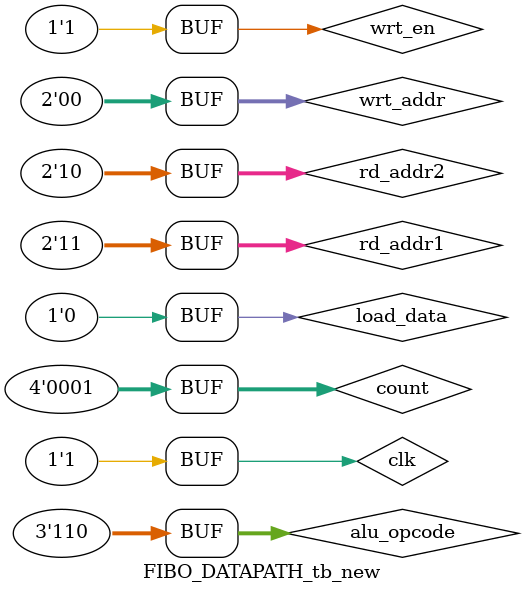
<source format=v>
module FIBO_DATAPATH_tb_new();
parameter   size=4;
reg         wrt_en,clk,load_data;
reg         [size-3:0]wrt_addr,rd_addr1,rd_addr2;
reg         [size-2:0]alu_opcode;
reg         [size-1:0]count;
wire        zero_flag;
wire        [size-1:0]data;

FIBO_DATAPATH DUT(wrt_addr,wrt_en,clk,load_data,rd_addr1,rd_addr2,alu_opcode,count,zero_flag,data);
  always begin
  clk=0; #50; 
  clk=1; #50; 
  end

initial
 begin
	wrt_addr=2'b00; wrt_en=1; load_data=1; rd_addr1=2'b00; rd_addr2=2'b00; alu_opcode=3'b001; count=4'b0001; #100;
  wrt_addr=2'b01; wrt_en=1; load_data=1; rd_addr1=2'b00; rd_addr2=2'b00; alu_opcode=3'b001; count=4'b0001; #100;
  wrt_addr=2'b10; wrt_en=1; load_data=1; rd_addr1=2'b00; rd_addr2=2'b00; alu_opcode=3'b001; count=4'b0001; #100;
  wrt_addr=2'b11; wrt_en=1; load_data=1; rd_addr1=2'b00; rd_addr2=2'b00; alu_opcode=3'b001; count=4'b0001; #100;
  wrt_addr=2'b01; wrt_en=1; load_data=0; rd_addr1=2'b00; rd_addr2=2'b11; alu_opcode=3'b110; count=4'b0001; #100;
  wrt_addr=2'b10; wrt_en=1; load_data=0; rd_addr1=2'b01; rd_addr2=2'b00; alu_opcode=3'b110; count=4'b0001; #100;
  wrt_addr=2'b11; wrt_en=1; load_data=0; rd_addr1=2'b10; rd_addr2=2'b01; alu_opcode=3'b110; count=4'b0001; #100;
  wrt_addr=2'b00; wrt_en=1; load_data=0; rd_addr1=2'b11; rd_addr2=2'b10; alu_opcode=3'b110; count=4'b0001; #100;
  wrt_addr=2'b01; wrt_en=1; load_data=0; rd_addr1=2'b00; rd_addr2=2'b11; alu_opcode=3'b110; count=4'b0001; #100;
  wrt_addr=2'b10; wrt_en=1; load_data=0; rd_addr1=2'b01; rd_addr2=2'b00; alu_opcode=3'b110; count=4'b0001; #100;
  wrt_addr=2'b11; wrt_en=1; load_data=0; rd_addr1=2'b10; rd_addr2=2'b01; alu_opcode=3'b110; count=4'b0001; #100;
  wrt_addr=2'b00; wrt_en=1; load_data=0; rd_addr1=2'b11; rd_addr2=2'b10; alu_opcode=3'b110; count=4'b0001; #100;
  wrt_addr=2'b01; wrt_en=1; load_data=0; rd_addr1=2'b00; rd_addr2=2'b11; alu_opcode=3'b110; count=4'b0001; #100;
  wrt_addr=2'b10; wrt_en=1; load_data=0; rd_addr1=2'b01; rd_addr2=2'b00; alu_opcode=3'b110; count=4'b0001; #100;
  wrt_addr=2'b11; wrt_en=1; load_data=0; rd_addr1=2'b10; rd_addr2=2'b01; alu_opcode=3'b110; count=4'b0001; #100;
  wrt_addr=2'b00; wrt_en=1; load_data=0; rd_addr1=2'b11; rd_addr2=2'b10; alu_opcode=3'b110; count=4'b0001; #100;
end
endmodule

</source>
